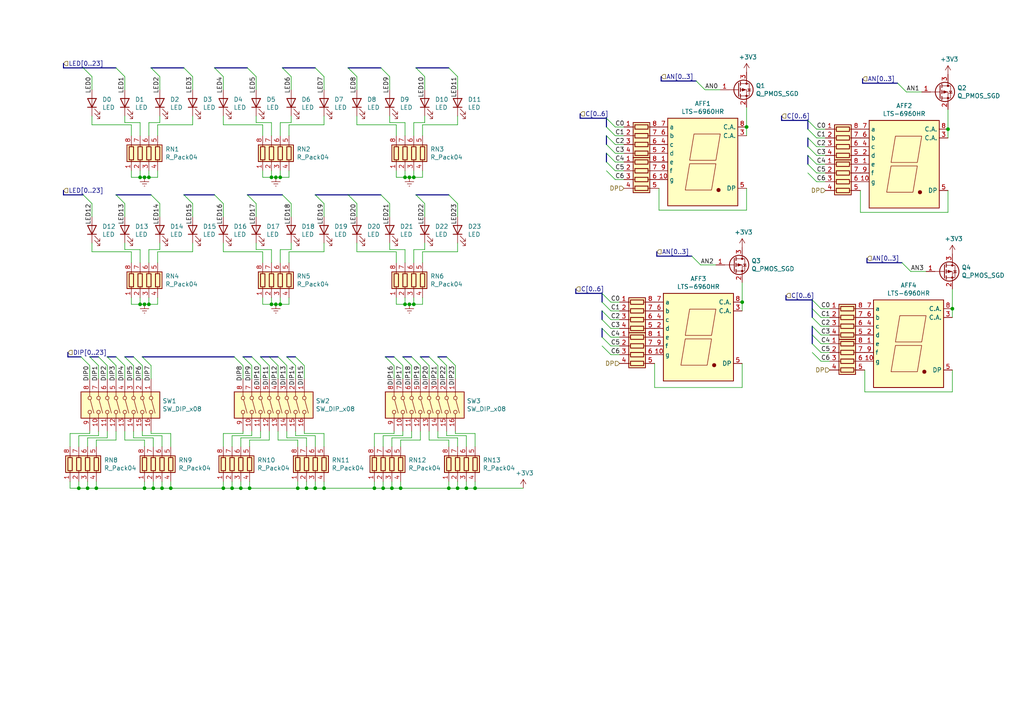
<source format=kicad_sch>
(kicad_sch (version 20200506) (host eeschema "(5.99.0-1641-g9ca61b50b)")
  (page "A4")
  (lib_symbols
    (symbol "Device:LED" (pin_numbers hide) (pin_names hide)
      (property "Reference" "D" (at 0 2.54 0))
      (property "Value" "LED" (at 0 -2.54 0))
      (symbol "LED_1_1"
        (pin passive line (at -3.81 0 0) (length 2.54) (name "K") (number "1"))
        (pin passive line (at 3.81 0 180) (length 2.54) (name "A") (number "2"))
      )
    )
    (symbol "Device:Q_PMOS_GSD" (pin_names (offset 0) hide)
      (property "Reference" "Q" (at 5.08 1.27 0))
      (property "Value" "Q_PMOS_GSD" (at 5.08 -1.27 0))
      (symbol "Q_PMOS_GSD_1_1"
        (pin input line (at -5.08 0 0) (length 2.54) (name "G") (number "1"))
        (pin passive line (at 2.54 -5.08 90) (length 2.54) (name "S") (number "2"))
        (pin passive line (at 2.54 5.08 270) (length 2.54) (name "D") (number "3"))
      )
    )
    (symbol "Device:R_Pack04" (pin_names (offset 0) hide)
      (property "Reference" "RN" (at -7.62 0 90))
      (property "Value" "R_Pack04" (at 5.08 0 90))
      (symbol "R_Pack04_1_1"
        (pin passive line (at -5.08 -5.08 90) (length 2.54) (name "R1.1") (number "1"))
        (pin passive line (at -5.08 5.08 270) (length 2.54) (name "R1.2") (number "8"))
        (pin passive line (at -2.54 -5.08 90) (length 2.54) (name "R2.1") (number "2"))
        (pin passive line (at -2.54 5.08 270) (length 2.54) (name "R2.2") (number "7"))
        (pin passive line (at 0 -5.08 90) (length 2.54) (name "R3.1") (number "3"))
        (pin passive line (at 0 5.08 270) (length 2.54) (name "R3.2") (number "6"))
        (pin passive line (at 2.54 -5.08 90) (length 2.54) (name "R4.1") (number "4"))
        (pin passive line (at 2.54 5.08 270) (length 2.54) (name "R4.2") (number "5"))
      )
    )
    (symbol "Display_Character:LTS-6960HR" (pin_names (offset 0.508))
      (property "Reference" "AFF" (at -7.874 13.97 0))
      (property "Value" "LTS-6960HR" (at -2.032 13.97 0))
      (symbol "LTS-6960HR_1_1"
        (pin passive line (at -12.7 0 0) (length 2.54) (name "e") (number "1"))
        (pin passive line (at -12.7 -5.08 0) (length 2.54) (name "g") (number "10"))
        (pin passive line (at -12.7 2.54 0) (length 2.54) (name "d") (number "2"))
        (pin passive line (at 12.7 7.62 180) (length 2.54) (name "C.A.") (number "3"))
        (pin passive line (at -12.7 5.08 0) (length 2.54) (name "c") (number "4"))
        (pin passive line (at 12.7 -7.62 180) (length 2.54) (name "DP") (number "5"))
        (pin passive line (at -12.7 7.62 0) (length 2.54) (name "b") (number "6"))
        (pin passive line (at -12.7 10.16 0) (length 2.54) (name "a") (number "7"))
        (pin passive line (at 12.7 10.16 180) (length 2.54) (name "C.A.") (number "8"))
        (pin passive line (at -12.7 -2.54 0) (length 2.54) (name "f") (number "9"))
      )
    )
    (symbol "Switch:SW_DIP_x08" (pin_names (offset 0) hide)
      (property "Reference" "SW" (at 0 13.97 0))
      (property "Value" "SW_DIP_x08" (at 0 -11.43 0))
      (symbol "SW_DIP_x08_1_1"
        (pin passive line (at -7.62 10.16 0) (length 5.08) (name "~") (number "1"))
        (pin passive line (at 7.62 -5.08 180) (length 5.08) (name "~") (number "10"))
        (pin passive line (at 7.62 -2.54 180) (length 5.08) (name "~") (number "11"))
        (pin passive line (at 7.62 0 180) (length 5.08) (name "~") (number "12"))
        (pin passive line (at 7.62 2.54 180) (length 5.08) (name "~") (number "13"))
        (pin passive line (at 7.62 5.08 180) (length 5.08) (name "~") (number "14"))
        (pin passive line (at 7.62 7.62 180) (length 5.08) (name "~") (number "15"))
        (pin passive line (at 7.62 10.16 180) (length 5.08) (name "~") (number "16"))
        (pin passive line (at -7.62 7.62 0) (length 5.08) (name "~") (number "2"))
        (pin passive line (at -7.62 5.08 0) (length 5.08) (name "~") (number "3"))
        (pin passive line (at -7.62 2.54 0) (length 5.08) (name "~") (number "4"))
        (pin passive line (at -7.62 0 0) (length 5.08) (name "~") (number "5"))
        (pin passive line (at -7.62 -2.54 0) (length 5.08) (name "~") (number "6"))
        (pin passive line (at -7.62 -5.08 0) (length 5.08) (name "~") (number "7"))
        (pin passive line (at -7.62 -7.62 0) (length 5.08) (name "~") (number "8"))
        (pin passive line (at 7.62 -7.62 180) (length 5.08) (name "~") (number "9"))
      )
    )
    (symbol "power:+3V3" (power) (pin_names (offset 0))
      (property "Value" "+3V3" (at 0 3.556 0))
      (symbol "+3V3_1_1"
        (pin power_in line (at 0 0 90) (length 0) (name "+3V3") (number "1") hide)
      )
    )
    (symbol "power:GNDREF" (power) (pin_names (offset 0))
      (property "Value" "GNDREF" (at 0 -3.81 0))
      (symbol "GNDREF_1_1"
        (pin power_in line (at 0 0 270) (length 0) (name "GNDREF") (number "1") hide)
      )
    )
  )
  (junction (at 22.86 141.605))
  (junction (at 25.4 141.605))
  (junction (at 27.94 141.605))
  (junction (at 40.64 51.435))
  (junction (at 40.64 88.265))
  (junction (at 41.91 51.435))
  (junction (at 41.91 88.265))
  (junction (at 41.91 141.605))
  (junction (at 43.18 51.435))
  (junction (at 43.18 88.265))
  (junction (at 44.45 141.605))
  (junction (at 46.99 141.605))
  (junction (at 49.53 141.605))
  (junction (at 64.77 141.605))
  (junction (at 67.31 141.605))
  (junction (at 69.85 141.605))
  (junction (at 72.39 141.605))
  (junction (at 78.74 51.435))
  (junction (at 78.74 88.265))
  (junction (at 80.01 51.435))
  (junction (at 80.01 88.265))
  (junction (at 81.28 51.435))
  (junction (at 81.28 88.265))
  (junction (at 86.36 141.605))
  (junction (at 88.9 141.605))
  (junction (at 91.44 141.605))
  (junction (at 93.98 141.605))
  (junction (at 108.585 141.605))
  (junction (at 111.125 141.605))
  (junction (at 113.665 141.605))
  (junction (at 116.205 141.605))
  (junction (at 117.475 51.435))
  (junction (at 117.475 88.265))
  (junction (at 118.745 51.435))
  (junction (at 118.745 88.265))
  (junction (at 120.015 51.435))
  (junction (at 120.015 88.265))
  (junction (at 130.175 141.605))
  (junction (at 132.715 141.605))
  (junction (at 135.255 141.605))
  (junction (at 137.795 141.605))
  (junction (at 215.265 87.63))
  (junction (at 216.535 36.83))
  (junction (at 274.955 37.465))
  (junction (at 276.225 89.535))
  (bus_entry (at 23.495 103.505) (size 2.54 2.54))
  (bus_entry (at 24.13 19.685) (size 2.54 2.54))
  (bus_entry (at 24.13 56.515) (size 2.54 2.54))
  (bus_entry (at 26.035 103.505) (size 2.54 2.54))
  (bus_entry (at 28.575 103.505) (size 2.54 2.54))
  (bus_entry (at 31.115 103.505) (size 2.54 2.54))
  (bus_entry (at 33.655 19.685) (size 2.54 2.54))
  (bus_entry (at 33.655 56.515) (size 2.54 2.54))
  (bus_entry (at 33.655 103.505) (size 2.54 2.54))
  (bus_entry (at 36.195 103.505) (size 2.54 2.54))
  (bus_entry (at 38.735 103.505) (size 2.54 2.54))
  (bus_entry (at 41.275 103.505) (size 2.54 2.54))
  (bus_entry (at 43.815 19.685) (size 2.54 2.54))
  (bus_entry (at 43.815 56.515) (size 2.54 2.54))
  (bus_entry (at 53.34 19.685) (size 2.54 2.54))
  (bus_entry (at 53.34 56.515) (size 2.54 2.54))
  (bus_entry (at 62.23 19.685) (size 2.54 2.54))
  (bus_entry (at 62.23 56.515) (size 2.54 2.54))
  (bus_entry (at 67.945 103.505) (size 2.54 2.54))
  (bus_entry (at 70.485 103.505) (size 2.54 2.54))
  (bus_entry (at 71.755 19.685) (size 2.54 2.54))
  (bus_entry (at 71.755 56.515) (size 2.54 2.54))
  (bus_entry (at 73.025 103.505) (size 2.54 2.54))
  (bus_entry (at 75.565 103.505) (size 2.54 2.54))
  (bus_entry (at 78.105 103.505) (size 2.54 2.54))
  (bus_entry (at 80.645 103.505) (size 2.54 2.54))
  (bus_entry (at 81.915 19.685) (size 2.54 2.54))
  (bus_entry (at 81.915 56.515) (size 2.54 2.54))
  (bus_entry (at 83.185 103.505) (size 2.54 2.54))
  (bus_entry (at 85.725 103.505) (size 2.54 2.54))
  (bus_entry (at 91.44 19.685) (size 2.54 2.54))
  (bus_entry (at 91.44 56.515) (size 2.54 2.54))
  (bus_entry (at 100.965 19.685) (size 2.54 2.54))
  (bus_entry (at 100.965 56.515) (size 2.54 2.54))
  (bus_entry (at 110.49 19.685) (size 2.54 2.54))
  (bus_entry (at 110.49 56.515) (size 2.54 2.54))
  (bus_entry (at 111.76 103.505) (size 2.54 2.54))
  (bus_entry (at 114.3 103.505) (size 2.54 2.54))
  (bus_entry (at 116.84 103.505) (size 2.54 2.54))
  (bus_entry (at 119.38 103.505) (size 2.54 2.54))
  (bus_entry (at 120.65 19.685) (size 2.54 2.54))
  (bus_entry (at 120.65 56.515) (size 2.54 2.54))
  (bus_entry (at 121.92 103.505) (size 2.54 2.54))
  (bus_entry (at 124.46 103.505) (size 2.54 2.54))
  (bus_entry (at 127 103.505) (size 2.54 2.54))
  (bus_entry (at 129.54 103.505) (size 2.54 2.54))
  (bus_entry (at 130.175 19.685) (size 2.54 2.54))
  (bus_entry (at 130.175 56.515) (size 2.54 2.54))
  (bus_entry (at 174.625 85.09) (size 2.54 2.54))
  (bus_entry (at 174.625 87.63) (size 2.54 2.54))
  (bus_entry (at 174.625 90.17) (size 2.54 2.54))
  (bus_entry (at 174.625 92.71) (size 2.54 2.54))
  (bus_entry (at 174.625 95.25) (size 2.54 2.54))
  (bus_entry (at 174.625 97.79) (size 2.54 2.54))
  (bus_entry (at 174.625 100.33) (size 2.54 2.54))
  (bus_entry (at 175.895 34.29) (size 2.54 2.54))
  (bus_entry (at 175.895 36.83) (size 2.54 2.54))
  (bus_entry (at 175.895 39.37) (size 2.54 2.54))
  (bus_entry (at 175.895 41.91) (size 2.54 2.54))
  (bus_entry (at 175.895 44.45) (size 2.54 2.54))
  (bus_entry (at 175.895 46.99) (size 2.54 2.54))
  (bus_entry (at 175.895 49.53) (size 2.54 2.54))
  (bus_entry (at 200.66 74.295) (size 2.54 2.54))
  (bus_entry (at 201.93 23.495) (size 2.54 2.54))
  (bus_entry (at 234.315 34.925) (size 2.54 2.54))
  (bus_entry (at 234.315 37.465) (size 2.54 2.54))
  (bus_entry (at 234.315 40.005) (size 2.54 2.54))
  (bus_entry (at 234.315 42.545) (size 2.54 2.54))
  (bus_entry (at 234.315 45.085) (size 2.54 2.54))
  (bus_entry (at 234.315 47.625) (size 2.54 2.54))
  (bus_entry (at 234.315 50.165) (size 2.54 2.54))
  (bus_entry (at 235.585 86.995) (size 2.54 2.54))
  (bus_entry (at 235.585 89.535) (size 2.54 2.54))
  (bus_entry (at 235.585 92.075) (size 2.54 2.54))
  (bus_entry (at 235.585 94.615) (size 2.54 2.54))
  (bus_entry (at 235.585 97.155) (size 2.54 2.54))
  (bus_entry (at 235.585 99.695) (size 2.54 2.54))
  (bus_entry (at 235.585 102.235) (size 2.54 2.54))
  (bus_entry (at 260.35 24.13) (size 2.54 2.54))
  (bus_entry (at 261.62 76.2) (size 2.54 2.54))
  (wire (pts (xy 20.32 125.73) (xy 20.32 129.54)))
  (wire (pts (xy 20.32 139.7) (xy 20.32 141.605)))
  (wire (pts (xy 20.32 141.605) (xy 22.86 141.605)))
  (wire (pts (xy 22.86 126.365) (xy 22.86 129.54)))
  (wire (pts (xy 22.86 139.7) (xy 22.86 141.605)))
  (wire (pts (xy 22.86 141.605) (xy 25.4 141.605)))
  (wire (pts (xy 25.4 127) (xy 25.4 129.54)))
  (wire (pts (xy 25.4 139.7) (xy 25.4 141.605)))
  (wire (pts (xy 25.4 141.605) (xy 27.94 141.605)))
  (wire (pts (xy 26.035 106.045) (xy 26.035 109.855)))
  (wire (pts (xy 26.035 125.095) (xy 26.035 125.73)))
  (wire (pts (xy 26.035 125.73) (xy 20.32 125.73)))
  (wire (pts (xy 26.67 22.225) (xy 26.67 26.035)))
  (wire (pts (xy 26.67 33.655) (xy 26.67 36.195)))
  (wire (pts (xy 26.67 36.195) (xy 38.1 36.195)))
  (wire (pts (xy 26.67 59.055) (xy 26.67 62.865)))
  (wire (pts (xy 26.67 70.485) (xy 26.67 73.025)))
  (wire (pts (xy 26.67 73.025) (xy 38.1 73.025)))
  (wire (pts (xy 27.94 127.635) (xy 27.94 129.54)))
  (wire (pts (xy 27.94 141.605) (xy 27.94 139.7)))
  (wire (pts (xy 27.94 141.605) (xy 41.91 141.605)))
  (wire (pts (xy 28.575 106.045) (xy 28.575 109.855)))
  (wire (pts (xy 28.575 125.095) (xy 28.575 126.365)))
  (wire (pts (xy 28.575 126.365) (xy 22.86 126.365)))
  (wire (pts (xy 31.115 106.045) (xy 31.115 109.855)))
  (wire (pts (xy 31.115 125.095) (xy 31.115 127)))
  (wire (pts (xy 31.115 127) (xy 25.4 127)))
  (wire (pts (xy 33.655 106.045) (xy 33.655 109.855)))
  (wire (pts (xy 33.655 125.095) (xy 33.655 127.635)))
  (wire (pts (xy 33.655 127.635) (xy 27.94 127.635)))
  (wire (pts (xy 36.195 22.225) (xy 36.195 26.035)))
  (wire (pts (xy 36.195 33.655) (xy 36.195 35.56)))
  (wire (pts (xy 36.195 35.56) (xy 40.64 35.56)))
  (wire (pts (xy 36.195 59.055) (xy 36.195 62.865)))
  (wire (pts (xy 36.195 70.485) (xy 36.195 72.39)))
  (wire (pts (xy 36.195 72.39) (xy 40.64 72.39)))
  (wire (pts (xy 36.195 106.045) (xy 36.195 109.855)))
  (wire (pts (xy 36.195 125.095) (xy 36.195 127.635)))
  (wire (pts (xy 36.195 127.635) (xy 41.91 127.635)))
  (wire (pts (xy 38.1 36.195) (xy 38.1 39.37)))
  (wire (pts (xy 38.1 49.53) (xy 38.1 51.435)))
  (wire (pts (xy 38.1 51.435) (xy 40.64 51.435)))
  (wire (pts (xy 38.1 73.025) (xy 38.1 76.2)))
  (wire (pts (xy 38.1 86.36) (xy 38.1 88.265)))
  (wire (pts (xy 38.1 88.265) (xy 40.64 88.265)))
  (wire (pts (xy 38.735 106.045) (xy 38.735 109.855)))
  (wire (pts (xy 38.735 125.095) (xy 38.735 127)))
  (wire (pts (xy 38.735 127) (xy 44.45 127)))
  (wire (pts (xy 40.64 35.56) (xy 40.64 39.37)))
  (wire (pts (xy 40.64 49.53) (xy 40.64 51.435)))
  (wire (pts (xy 40.64 51.435) (xy 41.91 51.435)))
  (wire (pts (xy 40.64 72.39) (xy 40.64 76.2)))
  (wire (pts (xy 40.64 86.36) (xy 40.64 88.265)))
  (wire (pts (xy 40.64 88.265) (xy 41.91 88.265)))
  (wire (pts (xy 41.275 106.045) (xy 41.275 109.855)))
  (wire (pts (xy 41.275 125.095) (xy 41.275 126.365)))
  (wire (pts (xy 41.275 126.365) (xy 46.99 126.365)))
  (wire (pts (xy 41.91 51.435) (xy 43.18 51.435)))
  (wire (pts (xy 41.91 88.265) (xy 43.18 88.265)))
  (wire (pts (xy 41.91 127.635) (xy 41.91 129.54)))
  (wire (pts (xy 41.91 139.7) (xy 41.91 141.605)))
  (wire (pts (xy 41.91 141.605) (xy 44.45 141.605)))
  (wire (pts (xy 43.18 35.56) (xy 43.18 39.37)))
  (wire (pts (xy 43.18 49.53) (xy 43.18 51.435)))
  (wire (pts (xy 43.18 51.435) (xy 45.72 51.435)))
  (wire (pts (xy 43.18 72.39) (xy 43.18 76.2)))
  (wire (pts (xy 43.18 86.36) (xy 43.18 88.265)))
  (wire (pts (xy 43.18 88.265) (xy 45.72 88.265)))
  (wire (pts (xy 43.815 106.045) (xy 43.815 109.855)))
  (wire (pts (xy 43.815 125.095) (xy 43.815 125.73)))
  (wire (pts (xy 43.815 125.73) (xy 49.53 125.73)))
  (wire (pts (xy 44.45 127) (xy 44.45 129.54)))
  (wire (pts (xy 44.45 139.7) (xy 44.45 141.605)))
  (wire (pts (xy 44.45 141.605) (xy 46.99 141.605)))
  (wire (pts (xy 45.72 36.195) (xy 55.88 36.195)))
  (wire (pts (xy 45.72 39.37) (xy 45.72 36.195)))
  (wire (pts (xy 45.72 51.435) (xy 45.72 49.53)))
  (wire (pts (xy 45.72 73.025) (xy 55.88 73.025)))
  (wire (pts (xy 45.72 76.2) (xy 45.72 73.025)))
  (wire (pts (xy 45.72 88.265) (xy 45.72 86.36)))
  (wire (pts (xy 46.355 22.225) (xy 46.355 26.035)))
  (wire (pts (xy 46.355 33.655) (xy 46.355 35.56)))
  (wire (pts (xy 46.355 35.56) (xy 43.18 35.56)))
  (wire (pts (xy 46.355 59.055) (xy 46.355 62.865)))
  (wire (pts (xy 46.355 70.485) (xy 46.355 72.39)))
  (wire (pts (xy 46.355 72.39) (xy 43.18 72.39)))
  (wire (pts (xy 46.99 126.365) (xy 46.99 129.54)))
  (wire (pts (xy 46.99 139.7) (xy 46.99 141.605)))
  (wire (pts (xy 46.99 141.605) (xy 49.53 141.605)))
  (wire (pts (xy 49.53 125.73) (xy 49.53 129.54)))
  (wire (pts (xy 49.53 141.605) (xy 49.53 139.7)))
  (wire (pts (xy 49.53 141.605) (xy 64.77 141.605)))
  (wire (pts (xy 55.88 22.225) (xy 55.88 26.035)))
  (wire (pts (xy 55.88 36.195) (xy 55.88 33.655)))
  (wire (pts (xy 55.88 59.055) (xy 55.88 62.865)))
  (wire (pts (xy 55.88 73.025) (xy 55.88 70.485)))
  (wire (pts (xy 64.77 22.225) (xy 64.77 26.035)))
  (wire (pts (xy 64.77 33.655) (xy 64.77 36.195)))
  (wire (pts (xy 64.77 36.195) (xy 76.2 36.195)))
  (wire (pts (xy 64.77 59.055) (xy 64.77 62.865)))
  (wire (pts (xy 64.77 70.485) (xy 64.77 73.025)))
  (wire (pts (xy 64.77 73.025) (xy 76.2 73.025)))
  (wire (pts (xy 64.77 125.73) (xy 64.77 129.54)))
  (wire (pts (xy 64.77 139.7) (xy 64.77 141.605)))
  (wire (pts (xy 64.77 141.605) (xy 67.31 141.605)))
  (wire (pts (xy 67.31 126.365) (xy 67.31 129.54)))
  (wire (pts (xy 67.31 139.7) (xy 67.31 141.605)))
  (wire (pts (xy 67.31 141.605) (xy 69.85 141.605)))
  (wire (pts (xy 69.85 127) (xy 69.85 129.54)))
  (wire (pts (xy 69.85 139.7) (xy 69.85 141.605)))
  (wire (pts (xy 69.85 141.605) (xy 72.39 141.605)))
  (wire (pts (xy 70.485 106.045) (xy 70.485 109.855)))
  (wire (pts (xy 70.485 125.095) (xy 70.485 125.73)))
  (wire (pts (xy 70.485 125.73) (xy 64.77 125.73)))
  (wire (pts (xy 72.39 127.635) (xy 72.39 129.54)))
  (wire (pts (xy 72.39 141.605) (xy 72.39 139.7)))
  (wire (pts (xy 72.39 141.605) (xy 86.36 141.605)))
  (wire (pts (xy 73.025 106.045) (xy 73.025 109.855)))
  (wire (pts (xy 73.025 125.095) (xy 73.025 126.365)))
  (wire (pts (xy 73.025 126.365) (xy 67.31 126.365)))
  (wire (pts (xy 74.295 22.225) (xy 74.295 26.035)))
  (wire (pts (xy 74.295 33.655) (xy 74.295 35.56)))
  (wire (pts (xy 74.295 35.56) (xy 78.74 35.56)))
  (wire (pts (xy 74.295 59.055) (xy 74.295 62.865)))
  (wire (pts (xy 74.295 70.485) (xy 74.295 72.39)))
  (wire (pts (xy 74.295 72.39) (xy 78.74 72.39)))
  (wire (pts (xy 75.565 106.045) (xy 75.565 109.855)))
  (wire (pts (xy 75.565 125.095) (xy 75.565 127)))
  (wire (pts (xy 75.565 127) (xy 69.85 127)))
  (wire (pts (xy 76.2 36.195) (xy 76.2 39.37)))
  (wire (pts (xy 76.2 49.53) (xy 76.2 51.435)))
  (wire (pts (xy 76.2 51.435) (xy 78.74 51.435)))
  (wire (pts (xy 76.2 73.025) (xy 76.2 76.2)))
  (wire (pts (xy 76.2 86.36) (xy 76.2 88.265)))
  (wire (pts (xy 76.2 88.265) (xy 78.74 88.265)))
  (wire (pts (xy 78.105 106.045) (xy 78.105 109.855)))
  (wire (pts (xy 78.105 125.095) (xy 78.105 127.635)))
  (wire (pts (xy 78.105 127.635) (xy 72.39 127.635)))
  (wire (pts (xy 78.74 35.56) (xy 78.74 39.37)))
  (wire (pts (xy 78.74 49.53) (xy 78.74 51.435)))
  (wire (pts (xy 78.74 51.435) (xy 80.01 51.435)))
  (wire (pts (xy 78.74 72.39) (xy 78.74 76.2)))
  (wire (pts (xy 78.74 86.36) (xy 78.74 88.265)))
  (wire (pts (xy 78.74 88.265) (xy 80.01 88.265)))
  (wire (pts (xy 80.01 51.435) (xy 81.28 51.435)))
  (wire (pts (xy 80.01 88.265) (xy 81.28 88.265)))
  (wire (pts (xy 80.645 106.045) (xy 80.645 109.855)))
  (wire (pts (xy 80.645 125.095) (xy 80.645 127.635)))
  (wire (pts (xy 80.645 127.635) (xy 86.36 127.635)))
  (wire (pts (xy 81.28 35.56) (xy 81.28 39.37)))
  (wire (pts (xy 81.28 49.53) (xy 81.28 51.435)))
  (wire (pts (xy 81.28 51.435) (xy 83.82 51.435)))
  (wire (pts (xy 81.28 72.39) (xy 81.28 76.2)))
  (wire (pts (xy 81.28 86.36) (xy 81.28 88.265)))
  (wire (pts (xy 81.28 88.265) (xy 83.82 88.265)))
  (wire (pts (xy 83.185 106.045) (xy 83.185 109.855)))
  (wire (pts (xy 83.185 125.095) (xy 83.185 127)))
  (wire (pts (xy 83.185 127) (xy 88.9 127)))
  (wire (pts (xy 83.82 36.195) (xy 93.98 36.195)))
  (wire (pts (xy 83.82 39.37) (xy 83.82 36.195)))
  (wire (pts (xy 83.82 51.435) (xy 83.82 49.53)))
  (wire (pts (xy 83.82 73.025) (xy 93.98 73.025)))
  (wire (pts (xy 83.82 76.2) (xy 83.82 73.025)))
  (wire (pts (xy 83.82 88.265) (xy 83.82 86.36)))
  (wire (pts (xy 84.455 22.225) (xy 84.455 26.035)))
  (wire (pts (xy 84.455 33.655) (xy 84.455 35.56)))
  (wire (pts (xy 84.455 35.56) (xy 81.28 35.56)))
  (wire (pts (xy 84.455 59.055) (xy 84.455 62.865)))
  (wire (pts (xy 84.455 70.485) (xy 84.455 72.39)))
  (wire (pts (xy 84.455 72.39) (xy 81.28 72.39)))
  (wire (pts (xy 85.725 106.045) (xy 85.725 109.855)))
  (wire (pts (xy 85.725 125.095) (xy 85.725 126.365)))
  (wire (pts (xy 85.725 126.365) (xy 91.44 126.365)))
  (wire (pts (xy 86.36 127.635) (xy 86.36 129.54)))
  (wire (pts (xy 86.36 139.7) (xy 86.36 141.605)))
  (wire (pts (xy 86.36 141.605) (xy 88.9 141.605)))
  (wire (pts (xy 88.265 106.045) (xy 88.265 109.855)))
  (wire (pts (xy 88.265 125.095) (xy 88.265 125.73)))
  (wire (pts (xy 88.265 125.73) (xy 93.98 125.73)))
  (wire (pts (xy 88.9 127) (xy 88.9 129.54)))
  (wire (pts (xy 88.9 139.7) (xy 88.9 141.605)))
  (wire (pts (xy 88.9 141.605) (xy 91.44 141.605)))
  (wire (pts (xy 91.44 126.365) (xy 91.44 129.54)))
  (wire (pts (xy 91.44 139.7) (xy 91.44 141.605)))
  (wire (pts (xy 91.44 141.605) (xy 93.98 141.605)))
  (wire (pts (xy 93.98 22.225) (xy 93.98 26.035)))
  (wire (pts (xy 93.98 36.195) (xy 93.98 33.655)))
  (wire (pts (xy 93.98 59.055) (xy 93.98 62.865)))
  (wire (pts (xy 93.98 70.485) (xy 93.98 73.025)))
  (wire (pts (xy 93.98 125.73) (xy 93.98 129.54)))
  (wire (pts (xy 93.98 141.605) (xy 93.98 139.7)))
  (wire (pts (xy 93.98 141.605) (xy 108.585 141.605)))
  (wire (pts (xy 103.505 22.225) (xy 103.505 26.035)))
  (wire (pts (xy 103.505 33.655) (xy 103.505 36.195)))
  (wire (pts (xy 103.505 36.195) (xy 114.935 36.195)))
  (wire (pts (xy 103.505 59.055) (xy 103.505 62.865)))
  (wire (pts (xy 103.505 70.485) (xy 103.505 73.025)))
  (wire (pts (xy 103.505 73.025) (xy 114.935 73.025)))
  (wire (pts (xy 108.585 125.73) (xy 108.585 129.54)))
  (wire (pts (xy 108.585 139.7) (xy 108.585 141.605)))
  (wire (pts (xy 108.585 141.605) (xy 111.125 141.605)))
  (wire (pts (xy 111.125 126.365) (xy 111.125 129.54)))
  (wire (pts (xy 111.125 139.7) (xy 111.125 141.605)))
  (wire (pts (xy 111.125 141.605) (xy 113.665 141.605)))
  (wire (pts (xy 113.03 22.225) (xy 113.03 26.035)))
  (wire (pts (xy 113.03 33.655) (xy 113.03 35.56)))
  (wire (pts (xy 113.03 35.56) (xy 117.475 35.56)))
  (wire (pts (xy 113.03 59.055) (xy 113.03 62.865)))
  (wire (pts (xy 113.03 70.485) (xy 113.03 72.39)))
  (wire (pts (xy 113.03 72.39) (xy 117.475 72.39)))
  (wire (pts (xy 113.665 127) (xy 113.665 129.54)))
  (wire (pts (xy 113.665 139.7) (xy 113.665 141.605)))
  (wire (pts (xy 113.665 141.605) (xy 116.205 141.605)))
  (wire (pts (xy 114.3 106.045) (xy 114.3 109.855)))
  (wire (pts (xy 114.3 125.095) (xy 114.3 125.73)))
  (wire (pts (xy 114.3 125.73) (xy 108.585 125.73)))
  (wire (pts (xy 114.935 36.195) (xy 114.935 39.37)))
  (wire (pts (xy 114.935 49.53) (xy 114.935 51.435)))
  (wire (pts (xy 114.935 51.435) (xy 117.475 51.435)))
  (wire (pts (xy 114.935 73.025) (xy 114.935 76.2)))
  (wire (pts (xy 114.935 86.36) (xy 114.935 88.265)))
  (wire (pts (xy 114.935 88.265) (xy 117.475 88.265)))
  (wire (pts (xy 116.205 127.635) (xy 116.205 129.54)))
  (wire (pts (xy 116.205 141.605) (xy 116.205 139.7)))
  (wire (pts (xy 116.205 141.605) (xy 130.175 141.605)))
  (wire (pts (xy 116.84 106.045) (xy 116.84 109.855)))
  (wire (pts (xy 116.84 125.095) (xy 116.84 126.365)))
  (wire (pts (xy 116.84 126.365) (xy 111.125 126.365)))
  (wire (pts (xy 117.475 35.56) (xy 117.475 39.37)))
  (wire (pts (xy 117.475 49.53) (xy 117.475 51.435)))
  (wire (pts (xy 117.475 51.435) (xy 118.745 51.435)))
  (wire (pts (xy 117.475 72.39) (xy 117.475 76.2)))
  (wire (pts (xy 117.475 86.36) (xy 117.475 88.265)))
  (wire (pts (xy 117.475 88.265) (xy 118.745 88.265)))
  (wire (pts (xy 118.745 51.435) (xy 120.015 51.435)))
  (wire (pts (xy 118.745 88.265) (xy 120.015 88.265)))
  (wire (pts (xy 119.38 106.045) (xy 119.38 109.855)))
  (wire (pts (xy 119.38 125.095) (xy 119.38 127)))
  (wire (pts (xy 119.38 127) (xy 113.665 127)))
  (wire (pts (xy 120.015 35.56) (xy 120.015 39.37)))
  (wire (pts (xy 120.015 49.53) (xy 120.015 51.435)))
  (wire (pts (xy 120.015 51.435) (xy 122.555 51.435)))
  (wire (pts (xy 120.015 72.39) (xy 120.015 76.2)))
  (wire (pts (xy 120.015 86.36) (xy 120.015 88.265)))
  (wire (pts (xy 120.015 88.265) (xy 122.555 88.265)))
  (wire (pts (xy 121.92 106.045) (xy 121.92 109.855)))
  (wire (pts (xy 121.92 125.095) (xy 121.92 127.635)))
  (wire (pts (xy 121.92 127.635) (xy 116.205 127.635)))
  (wire (pts (xy 122.555 36.195) (xy 132.715 36.195)))
  (wire (pts (xy 122.555 39.37) (xy 122.555 36.195)))
  (wire (pts (xy 122.555 51.435) (xy 122.555 49.53)))
  (wire (pts (xy 122.555 73.025) (xy 132.715 73.025)))
  (wire (pts (xy 122.555 76.2) (xy 122.555 73.025)))
  (wire (pts (xy 122.555 88.265) (xy 122.555 86.36)))
  (wire (pts (xy 123.19 22.225) (xy 123.19 26.035)))
  (wire (pts (xy 123.19 33.655) (xy 123.19 35.56)))
  (wire (pts (xy 123.19 35.56) (xy 120.015 35.56)))
  (wire (pts (xy 123.19 59.055) (xy 123.19 62.865)))
  (wire (pts (xy 123.19 70.485) (xy 123.19 72.39)))
  (wire (pts (xy 123.19 72.39) (xy 120.015 72.39)))
  (wire (pts (xy 124.46 106.045) (xy 124.46 109.855)))
  (wire (pts (xy 124.46 125.095) (xy 124.46 127.635)))
  (wire (pts (xy 124.46 127.635) (xy 130.175 127.635)))
  (wire (pts (xy 127 106.045) (xy 127 109.855)))
  (wire (pts (xy 127 125.095) (xy 127 127)))
  (wire (pts (xy 127 127) (xy 132.715 127)))
  (wire (pts (xy 129.54 106.045) (xy 129.54 109.855)))
  (wire (pts (xy 129.54 125.095) (xy 129.54 126.365)))
  (wire (pts (xy 129.54 126.365) (xy 135.255 126.365)))
  (wire (pts (xy 130.175 127.635) (xy 130.175 129.54)))
  (wire (pts (xy 130.175 139.7) (xy 130.175 141.605)))
  (wire (pts (xy 130.175 141.605) (xy 132.715 141.605)))
  (wire (pts (xy 132.08 106.045) (xy 132.08 109.855)))
  (wire (pts (xy 132.08 125.095) (xy 132.08 125.73)))
  (wire (pts (xy 132.08 125.73) (xy 137.795 125.73)))
  (wire (pts (xy 132.715 22.225) (xy 132.715 26.035)))
  (wire (pts (xy 132.715 36.195) (xy 132.715 33.655)))
  (wire (pts (xy 132.715 59.055) (xy 132.715 62.865)))
  (wire (pts (xy 132.715 73.025) (xy 132.715 70.485)))
  (wire (pts (xy 132.715 127) (xy 132.715 129.54)))
  (wire (pts (xy 132.715 139.7) (xy 132.715 141.605)))
  (wire (pts (xy 132.715 141.605) (xy 135.255 141.605)))
  (wire (pts (xy 135.255 126.365) (xy 135.255 129.54)))
  (wire (pts (xy 135.255 139.7) (xy 135.255 141.605)))
  (wire (pts (xy 135.255 141.605) (xy 137.795 141.605)))
  (wire (pts (xy 137.795 125.73) (xy 137.795 129.54)))
  (wire (pts (xy 137.795 141.605) (xy 137.795 139.7)))
  (wire (pts (xy 151.765 141.605) (xy 137.795 141.605)))
  (wire (pts (xy 179.705 87.63) (xy 177.165 87.63)))
  (wire (pts (xy 179.705 90.17) (xy 177.165 90.17)))
  (wire (pts (xy 179.705 92.71) (xy 177.165 92.71)))
  (wire (pts (xy 179.705 95.25) (xy 177.165 95.25)))
  (wire (pts (xy 179.705 97.79) (xy 177.165 97.79)))
  (wire (pts (xy 179.705 100.33) (xy 177.165 100.33)))
  (wire (pts (xy 179.705 102.87) (xy 177.165 102.87)))
  (wire (pts (xy 180.975 36.83) (xy 178.435 36.83)))
  (wire (pts (xy 180.975 39.37) (xy 178.435 39.37)))
  (wire (pts (xy 180.975 41.91) (xy 178.435 41.91)))
  (wire (pts (xy 180.975 44.45) (xy 178.435 44.45)))
  (wire (pts (xy 180.975 46.99) (xy 178.435 46.99)))
  (wire (pts (xy 180.975 49.53) (xy 178.435 49.53)))
  (wire (pts (xy 180.975 52.07) (xy 178.435 52.07)))
  (wire (pts (xy 189.865 105.41) (xy 189.865 112.395)))
  (wire (pts (xy 189.865 112.395) (xy 215.265 112.395)))
  (wire (pts (xy 191.135 54.61) (xy 191.135 60.96)))
  (wire (pts (xy 191.135 60.96) (xy 216.535 60.96)))
  (wire (pts (xy 207.645 76.835) (xy 203.2 76.835)))
  (wire (pts (xy 208.915 26.035) (xy 204.47 26.035)))
  (wire (pts (xy 215.265 81.915) (xy 215.265 87.63)))
  (wire (pts (xy 215.265 87.63) (xy 215.265 90.17)))
  (wire (pts (xy 215.265 112.395) (xy 215.265 105.41)))
  (wire (pts (xy 216.535 31.115) (xy 216.535 36.83)))
  (wire (pts (xy 216.535 36.83) (xy 216.535 39.37)))
  (wire (pts (xy 216.535 60.96) (xy 216.535 54.61)))
  (wire (pts (xy 239.395 37.465) (xy 236.855 37.465)))
  (wire (pts (xy 239.395 40.005) (xy 236.855 40.005)))
  (wire (pts (xy 239.395 42.545) (xy 236.855 42.545)))
  (wire (pts (xy 239.395 45.085) (xy 236.855 45.085)))
  (wire (pts (xy 239.395 47.625) (xy 236.855 47.625)))
  (wire (pts (xy 239.395 50.165) (xy 236.855 50.165)))
  (wire (pts (xy 239.395 52.705) (xy 236.855 52.705)))
  (wire (pts (xy 240.665 89.535) (xy 238.125 89.535)))
  (wire (pts (xy 240.665 92.075) (xy 238.125 92.075)))
  (wire (pts (xy 240.665 94.615) (xy 238.125 94.615)))
  (wire (pts (xy 240.665 97.155) (xy 238.125 97.155)))
  (wire (pts (xy 240.665 99.695) (xy 238.125 99.695)))
  (wire (pts (xy 240.665 102.235) (xy 238.125 102.235)))
  (wire (pts (xy 240.665 104.775) (xy 238.125 104.775)))
  (wire (pts (xy 249.555 55.245) (xy 249.555 61.595)))
  (wire (pts (xy 249.555 61.595) (xy 274.955 61.595)))
  (wire (pts (xy 250.825 107.315) (xy 250.825 113.665)))
  (wire (pts (xy 250.825 113.665) (xy 276.225 113.665)))
  (wire (pts (xy 267.335 26.67) (xy 262.89 26.67)))
  (wire (pts (xy 268.605 78.74) (xy 264.16 78.74)))
  (wire (pts (xy 274.955 31.75) (xy 274.955 37.465)))
  (wire (pts (xy 274.955 37.465) (xy 274.955 40.005)))
  (wire (pts (xy 274.955 61.595) (xy 274.955 55.245)))
  (wire (pts (xy 276.225 83.82) (xy 276.225 89.535)))
  (wire (pts (xy 276.225 89.535) (xy 276.225 92.075)))
  (wire (pts (xy 276.225 113.665) (xy 276.225 107.315)))
  (bus (pts (xy 18.415 18.415) (xy 18.415 19.685)))
  (bus (pts (xy 18.415 19.685) (xy 24.13 19.685)))
  (bus (pts (xy 18.415 55.245) (xy 18.415 56.515)))
  (bus (pts (xy 18.415 56.515) (xy 33.655 56.515)))
  (bus (pts (xy 19.685 102.235) (xy 19.685 103.505)))
  (bus (pts (xy 19.685 103.505) (xy 26.035 103.505)))
  (bus (pts (xy 24.13 19.685) (xy 43.815 19.685)))
  (bus (pts (xy 26.035 103.505) (xy 31.115 103.505)))
  (bus (pts (xy 31.115 103.505) (xy 36.195 103.505)))
  (bus (pts (xy 33.655 56.515) (xy 53.34 56.515)))
  (bus (pts (xy 36.195 103.505) (xy 41.275 103.505)))
  (bus (pts (xy 41.275 103.505) (xy 70.485 103.505)))
  (bus (pts (xy 43.815 19.685) (xy 62.23 19.685)))
  (bus (pts (xy 53.34 56.515) (xy 71.755 56.515)))
  (bus (pts (xy 62.23 19.685) (xy 81.915 19.685)))
  (bus (pts (xy 70.485 103.505) (xy 75.565 103.505)))
  (bus (pts (xy 71.755 56.515) (xy 91.44 56.515)))
  (bus (pts (xy 75.565 103.505) (xy 78.105 103.505)))
  (bus (pts (xy 78.105 103.505) (xy 83.185 103.505)))
  (bus (pts (xy 81.915 19.685) (xy 100.965 19.685)))
  (bus (pts (xy 83.185 103.505) (xy 111.76 103.505)))
  (bus (pts (xy 91.44 56.515) (xy 100.965 56.515)))
  (bus (pts (xy 100.965 19.685) (xy 120.65 19.685)))
  (bus (pts (xy 100.965 56.515) (xy 120.65 56.515)))
  (bus (pts (xy 111.76 103.505) (xy 116.84 103.505)))
  (bus (pts (xy 116.84 103.505) (xy 121.92 103.505)))
  (bus (pts (xy 120.65 19.685) (xy 130.175 19.685)))
  (bus (pts (xy 120.65 56.515) (xy 130.175 56.515)))
  (bus (pts (xy 121.92 103.505) (xy 127 103.505)))
  (bus (pts (xy 127 103.505) (xy 129.54 103.505)))
  (bus (pts (xy 167.005 83.82) (xy 167.005 85.09)))
  (bus (pts (xy 168.275 33.02) (xy 168.275 34.29)))
  (bus (pts (xy 174.625 85.09) (xy 167.005 85.09)))
  (bus (pts (xy 174.625 85.09) (xy 174.625 90.17)))
  (bus (pts (xy 174.625 90.17) (xy 174.625 95.25)))
  (bus (pts (xy 174.625 95.25) (xy 174.625 100.33)))
  (bus (pts (xy 175.895 34.29) (xy 168.275 34.29)))
  (bus (pts (xy 175.895 34.29) (xy 175.895 39.37)))
  (bus (pts (xy 175.895 39.37) (xy 175.895 44.45)))
  (bus (pts (xy 175.895 44.45) (xy 175.895 49.53)))
  (bus (pts (xy 190.5 74.295) (xy 190.5 73.025)))
  (bus (pts (xy 191.77 23.495) (xy 191.77 22.225)))
  (bus (pts (xy 200.66 74.295) (xy 190.5 74.295)))
  (bus (pts (xy 201.93 23.495) (xy 191.77 23.495)))
  (bus (pts (xy 226.695 33.655) (xy 226.695 34.925)))
  (bus (pts (xy 227.965 85.725) (xy 227.965 86.995)))
  (bus (pts (xy 234.315 34.925) (xy 226.695 34.925)))
  (bus (pts (xy 234.315 34.925) (xy 234.315 40.005)))
  (bus (pts (xy 234.315 40.005) (xy 234.315 45.085)))
  (bus (pts (xy 234.315 45.085) (xy 234.315 50.165)))
  (bus (pts (xy 235.585 86.995) (xy 227.965 86.995)))
  (bus (pts (xy 235.585 86.995) (xy 235.585 89.535)))
  (bus (pts (xy 235.585 89.535) (xy 235.585 94.615)))
  (bus (pts (xy 235.585 94.615) (xy 235.585 97.155)))
  (bus (pts (xy 235.585 97.155) (xy 235.585 102.235)))
  (bus (pts (xy 250.19 24.13) (xy 250.19 22.86)))
  (bus (pts (xy 251.46 76.2) (xy 251.46 74.93)))
  (bus (pts (xy 260.35 24.13) (xy 250.19 24.13)))
  (bus (pts (xy 261.62 76.2) (xy 251.46 76.2)))
  (label "DIP0" (at 26.035 106.045 270))
  (label "LED0" (at 26.67 22.225 270))
  (label "LED12" (at 26.67 59.055 270))
  (label "DIP1" (at 28.575 106.045 270))
  (label "DIP2" (at 31.115 106.045 270))
  (label "DIP3" (at 33.655 106.045 270))
  (label "LED1" (at 36.195 22.225 270))
  (label "LED13" (at 36.195 59.055 270))
  (label "DIP4" (at 36.195 106.045 270))
  (label "DIP5" (at 38.735 106.045 270))
  (label "DIP6" (at 41.275 106.045 270))
  (label "DIP7" (at 43.815 106.045 270))
  (label "LED2" (at 46.355 22.225 270))
  (label "LED14" (at 46.355 59.055 270))
  (label "LED3" (at 55.88 22.225 270))
  (label "LED15" (at 55.88 59.055 270))
  (label "LED4" (at 64.77 22.225 270))
  (label "LED16" (at 64.77 59.055 270))
  (label "DIP8" (at 70.485 106.045 270))
  (label "DIP9" (at 73.025 106.045 270))
  (label "LED5" (at 74.295 22.225 270))
  (label "LED17" (at 74.295 59.055 270))
  (label "DIP10" (at 75.565 106.045 270))
  (label "DIP11" (at 78.105 106.045 270))
  (label "DIP12" (at 80.645 106.045 270))
  (label "DIP13" (at 83.185 106.045 270))
  (label "LED6" (at 84.455 22.225 270))
  (label "LED18" (at 84.455 59.055 270))
  (label "DIP14" (at 85.725 106.045 270))
  (label "DIP15" (at 88.265 106.045 270))
  (label "LED7" (at 93.98 22.225 270))
  (label "LED19" (at 93.98 59.055 270))
  (label "LED8" (at 103.505 22.225 270))
  (label "LED20" (at 103.505 59.055 270))
  (label "LED9" (at 113.03 22.225 270))
  (label "LED21" (at 113.03 59.055 270))
  (label "DIP16" (at 114.3 106.045 270))
  (label "DIP17" (at 116.84 106.045 270))
  (label "DIP18" (at 119.38 106.045 270))
  (label "DIP19" (at 121.92 106.045 270))
  (label "LED10" (at 123.19 22.225 270))
  (label "LED22" (at 123.19 59.055 270))
  (label "DIP20" (at 124.46 106.045 270))
  (label "DIP21" (at 127 106.045 270))
  (label "DIP22" (at 129.54 106.045 270))
  (label "DIP23" (at 132.08 106.045 270))
  (label "LED11" (at 132.715 22.225 270))
  (label "LED23" (at 132.715 59.055 270))
  (label "C0" (at 177.165 87.63 0))
  (label "C1" (at 177.165 90.17 0))
  (label "C2" (at 177.165 92.71 0))
  (label "C3" (at 177.165 95.25 0))
  (label "C4" (at 177.165 97.79 0))
  (label "C5" (at 177.165 100.33 0))
  (label "C6" (at 177.165 102.87 0))
  (label "C0" (at 178.435 36.83 0))
  (label "C1" (at 178.435 39.37 0))
  (label "C2" (at 178.435 41.91 0))
  (label "C3" (at 178.435 44.45 0))
  (label "C4" (at 178.435 46.99 0))
  (label "C5" (at 178.435 49.53 0))
  (label "C6" (at 178.435 52.07 0))
  (label "AN2" (at 203.2 76.835 0))
  (label "AN0" (at 204.47 26.035 0))
  (label "C0" (at 236.855 37.465 0))
  (label "C1" (at 236.855 40.005 0))
  (label "C2" (at 236.855 42.545 0))
  (label "C3" (at 236.855 45.085 0))
  (label "C4" (at 236.855 47.625 0))
  (label "C5" (at 236.855 50.165 0))
  (label "C6" (at 236.855 52.705 0))
  (label "C0" (at 238.125 89.535 0))
  (label "C1" (at 238.125 92.075 0))
  (label "C2" (at 238.125 94.615 0))
  (label "C3" (at 238.125 97.155 0))
  (label "C4" (at 238.125 99.695 0))
  (label "C5" (at 238.125 102.235 0))
  (label "C6" (at 238.125 104.775 0))
  (label "AN1" (at 262.89 26.67 0))
  (label "AN3" (at 264.16 78.74 0))
  (hierarchical_label "LED[0..23]" (shape input) (at 18.415 18.415 0))
  (hierarchical_label "LED[0..23]" (shape input) (at 18.415 55.245 0))
  (hierarchical_label "DIP[0..23]" (shape input) (at 19.685 102.235 0))
  (hierarchical_label "C[0..6]" (shape input) (at 167.005 83.82 0))
  (hierarchical_label "C[0..6]" (shape input) (at 168.275 33.02 0))
  (hierarchical_label "DP" (shape input) (at 179.705 105.41 180))
  (hierarchical_label "DP" (shape input) (at 180.975 54.61 180))
  (hierarchical_label "AN[0..3]" (shape input) (at 190.5 73.025 0))
  (hierarchical_label "AN[0..3]" (shape input) (at 191.77 22.225 0))
  (hierarchical_label "C[0..6]" (shape input) (at 226.695 33.655 0))
  (hierarchical_label "C[0..6]" (shape input) (at 227.965 85.725 0))
  (hierarchical_label "DP" (shape input) (at 239.395 55.245 180))
  (hierarchical_label "DP" (shape input) (at 240.665 107.315 180))
  (hierarchical_label "AN[0..3]" (shape input) (at 250.19 22.86 0))
  (hierarchical_label "AN[0..3]" (shape input) (at 251.46 74.93 0))
  (symbol (lib_id "power:+3V3") (at 151.765 141.605 0) (unit 1)
    (property "Reference" "#PWR049" (effects hide))
    (property "Value" "+3V3" (at 152.146 137.2108 0))
  )
  (symbol (lib_id "power:+3V3") (at 215.265 71.755 0) (unit 1)
    (property "Reference" "#PWR047" (effects hide))
    (property "Value" "+3V3" (at 215.646 67.3608 0))
  )
  (symbol (lib_id "power:+3V3") (at 216.535 20.955 0) (unit 1)
    (property "Reference" "#PWR045" (effects hide))
    (property "Value" "+3V3" (at 216.916 16.5608 0))
  )
  (symbol (lib_id "power:+3V3") (at 274.955 21.59 0) (unit 1)
    (property "Reference" "#PWR046" (effects hide))
    (property "Value" "+3V3" (at 275.336 17.1958 0))
  )
  (symbol (lib_id "power:+3V3") (at 276.225 73.66 0) (unit 1)
    (property "Reference" "#PWR048" (effects hide))
    (property "Value" "+3V3" (at 276.606 69.2658 0))
  )
  (symbol (lib_id "power:GNDREF") (at 41.91 51.435 0)
    (property "Reference" "#PWR039" (effects hide))
    (property "Value" "GNDREF" (effects hide))
  )
  (symbol (lib_id "power:GNDREF") (at 41.91 88.265 0)
    (property "Reference" "#PWR042" (effects hide))
    (property "Value" "GNDREF" (effects hide))
  )
  (symbol (lib_id "power:GNDREF") (at 80.01 51.435 0)
    (property "Reference" "#PWR040" (effects hide))
    (property "Value" "GNDREF" (effects hide))
  )
  (symbol (lib_id "power:GNDREF") (at 80.01 88.265 0)
    (property "Reference" "#PWR043" (effects hide))
    (property "Value" "GNDREF" (effects hide))
  )
  (symbol (lib_id "power:GNDREF") (at 118.745 51.435 0)
    (property "Reference" "#PWR041" (effects hide))
    (property "Value" "GNDREF" (effects hide))
  )
  (symbol (lib_id "power:GNDREF") (at 118.745 88.265 0)
    (property "Reference" "#PWR044" (effects hide))
    (property "Value" "GNDREF" (effects hide))
  )
  (symbol (lib_id "Device:LED") (at 26.67 29.845 90) (unit 1)
    (property "Reference" "D0" (at 29.6418 28.8544 90) (effects (justify right)))
    (property "Value" "LED" (at 29.6418 31.1658 90) (effects (justify right)))
    (property "Footprint" "LED_SMD:LED_0603_1608Metric_Pad1.05x0.95mm_HandSolder" (effects hide))
  )
  (symbol (lib_id "Device:LED") (at 26.67 66.675 90) (unit 1)
    (property "Reference" "D12" (at 29.6418 65.6844 90) (effects (justify right)))
    (property "Value" "LED" (at 29.6418 67.9958 90) (effects (justify right)))
    (property "Footprint" "LED_SMD:LED_0603_1608Metric_Pad1.05x0.95mm_HandSolder" (effects hide))
  )
  (symbol (lib_id "Device:LED") (at 36.195 29.845 90) (unit 1)
    (property "Reference" "D1" (at 39.1668 28.8544 90) (effects (justify right)))
    (property "Value" "LED" (at 39.1668 31.1658 90) (effects (justify right)))
    (property "Footprint" "LED_SMD:LED_0603_1608Metric_Pad1.05x0.95mm_HandSolder" (effects hide))
  )
  (symbol (lib_id "Device:LED") (at 36.195 66.675 90) (unit 1)
    (property "Reference" "D13" (at 39.1668 65.6844 90) (effects (justify right)))
    (property "Value" "LED" (at 39.1668 67.9958 90) (effects (justify right)))
    (property "Footprint" "LED_SMD:LED_0603_1608Metric_Pad1.05x0.95mm_HandSolder" (effects hide))
  )
  (symbol (lib_id "Device:LED") (at 46.355 29.845 90) (unit 1)
    (property "Reference" "D2" (at 49.3268 28.8544 90) (effects (justify right)))
    (property "Value" "LED" (at 49.3268 31.1658 90) (effects (justify right)))
    (property "Footprint" "LED_SMD:LED_0603_1608Metric_Pad1.05x0.95mm_HandSolder" (effects hide))
  )
  (symbol (lib_id "Device:LED") (at 46.355 66.675 90) (unit 1)
    (property "Reference" "D14" (at 49.3268 65.6844 90) (effects (justify right)))
    (property "Value" "LED" (at 49.3268 67.9958 90) (effects (justify right)))
    (property "Footprint" "LED_SMD:LED_0603_1608Metric_Pad1.05x0.95mm_HandSolder" (effects hide))
  )
  (symbol (lib_id "Device:LED") (at 55.88 29.845 90) (unit 1)
    (property "Reference" "D3" (at 58.8518 28.8544 90) (effects (justify right)))
    (property "Value" "LED" (at 58.8518 31.1658 90) (effects (justify right)))
    (property "Footprint" "LED_SMD:LED_0603_1608Metric_Pad1.05x0.95mm_HandSolder" (effects hide))
  )
  (symbol (lib_id "Device:LED") (at 55.88 66.675 90) (unit 1)
    (property "Reference" "D15" (at 58.8518 65.6844 90) (effects (justify right)))
    (property "Value" "LED" (at 58.8518 67.9958 90) (effects (justify right)))
    (property "Footprint" "LED_SMD:LED_0603_1608Metric_Pad1.05x0.95mm_HandSolder" (effects hide))
  )
  (symbol (lib_id "Device:LED") (at 64.77 29.845 90) (unit 1)
    (property "Reference" "D4" (at 67.7418 28.8544 90) (effects (justify right)))
    (property "Value" "LED" (at 67.7418 31.1658 90) (effects (justify right)))
    (property "Footprint" "LED_SMD:LED_0603_1608Metric_Pad1.05x0.95mm_HandSolder" (effects hide))
  )
  (symbol (lib_id "Device:LED") (at 64.77 66.675 90) (unit 1)
    (property "Reference" "D16" (at 67.7418 65.6844 90) (effects (justify right)))
    (property "Value" "LED" (at 67.7418 67.9958 90) (effects (justify right)))
    (property "Footprint" "LED_SMD:LED_0603_1608Metric_Pad1.05x0.95mm_HandSolder" (effects hide))
  )
  (symbol (lib_id "Device:LED") (at 74.295 29.845 90) (unit 1)
    (property "Reference" "D5" (at 77.2668 28.8544 90) (effects (justify right)))
    (property "Value" "LED" (at 77.2668 31.1658 90) (effects (justify right)))
    (property "Footprint" "LED_SMD:LED_0603_1608Metric_Pad1.05x0.95mm_HandSolder" (effects hide))
  )
  (symbol (lib_id "Device:LED") (at 74.295 66.675 90) (unit 1)
    (property "Reference" "D17" (at 77.2668 65.6844 90) (effects (justify right)))
    (property "Value" "LED" (at 77.2668 67.9958 90) (effects (justify right)))
    (property "Footprint" "LED_SMD:LED_0603_1608Metric_Pad1.05x0.95mm_HandSolder" (effects hide))
  )
  (symbol (lib_id "Device:LED") (at 84.455 29.845 90) (unit 1)
    (property "Reference" "D6" (at 87.4268 28.8544 90) (effects (justify right)))
    (property "Value" "LED" (at 87.4268 31.1658 90) (effects (justify right)))
    (property "Footprint" "LED_SMD:LED_0603_1608Metric_Pad1.05x0.95mm_HandSolder" (effects hide))
  )
  (symbol (lib_id "Device:LED") (at 84.455 66.675 90) (unit 1)
    (property "Reference" "D18" (at 87.4268 65.6844 90) (effects (justify right)))
    (property "Value" "LED" (at 87.4268 67.9958 90) (effects (justify right)))
    (property "Footprint" "LED_SMD:LED_0603_1608Metric_Pad1.05x0.95mm_HandSolder" (effects hide))
  )
  (symbol (lib_id "Device:LED") (at 93.98 29.845 90) (unit 1)
    (property "Reference" "D7" (at 96.9518 28.8544 90) (effects (justify right)))
    (property "Value" "LED" (at 96.9518 31.1658 90) (effects (justify right)))
    (property "Footprint" "LED_SMD:LED_0603_1608Metric_Pad1.05x0.95mm_HandSolder" (effects hide))
  )
  (symbol (lib_id "Device:LED") (at 93.98 66.675 90) (unit 1)
    (property "Reference" "D19" (at 96.9518 65.6844 90) (effects (justify right)))
    (property "Value" "LED" (at 96.9518 67.9958 90) (effects (justify right)))
    (property "Footprint" "LED_SMD:LED_0603_1608Metric_Pad1.05x0.95mm_HandSolder" (effects hide))
  )
  (symbol (lib_id "Device:LED") (at 103.505 29.845 90) (unit 1)
    (property "Reference" "D8" (at 106.4768 28.8544 90) (effects (justify right)))
    (property "Value" "LED" (at 106.4768 31.1658 90) (effects (justify right)))
    (property "Footprint" "LED_SMD:LED_0603_1608Metric_Pad1.05x0.95mm_HandSolder" (effects hide))
  )
  (symbol (lib_id "Device:LED") (at 103.505 66.675 90) (unit 1)
    (property "Reference" "D20" (at 106.4768 65.6844 90) (effects (justify right)))
    (property "Value" "LED" (at 106.4768 67.9958 90) (effects (justify right)))
    (property "Footprint" "LED_SMD:LED_0603_1608Metric_Pad1.05x0.95mm_HandSolder" (effects hide))
  )
  (symbol (lib_id "Device:LED") (at 113.03 29.845 90) (unit 1)
    (property "Reference" "D9" (at 116.0018 28.8544 90) (effects (justify right)))
    (property "Value" "LED" (at 116.0018 31.1658 90) (effects (justify right)))
    (property "Footprint" "LED_SMD:LED_0603_1608Metric_Pad1.05x0.95mm_HandSolder" (effects hide))
  )
  (symbol (lib_id "Device:LED") (at 113.03 66.675 90) (unit 1)
    (property "Reference" "D21" (at 116.0018 65.6844 90) (effects (justify right)))
    (property "Value" "LED" (at 116.0018 67.9958 90) (effects (justify right)))
    (property "Footprint" "LED_SMD:LED_0603_1608Metric_Pad1.05x0.95mm_HandSolder" (effects hide))
  )
  (symbol (lib_id "Device:LED") (at 123.19 29.845 90) (unit 1)
    (property "Reference" "D10" (at 126.1618 28.8544 90) (effects (justify right)))
    (property "Value" "LED" (at 126.1618 31.1658 90) (effects (justify right)))
    (property "Footprint" "LED_SMD:LED_0603_1608Metric_Pad1.05x0.95mm_HandSolder" (effects hide))
  )
  (symbol (lib_id "Device:LED") (at 123.19 66.675 90) (unit 1)
    (property "Reference" "D22" (at 126.1618 65.6844 90) (effects (justify right)))
    (property "Value" "LED" (at 126.1618 67.9958 90) (effects (justify right)))
    (property "Footprint" "LED_SMD:LED_0603_1608Metric_Pad1.05x0.95mm_HandSolder" (effects hide))
  )
  (symbol (lib_id "Device:LED") (at 132.715 29.845 90) (unit 1)
    (property "Reference" "D11" (at 135.6868 28.8544 90) (effects (justify right)))
    (property "Value" "LED" (at 135.6868 31.1658 90) (effects (justify right)))
    (property "Footprint" "LED_SMD:LED_0603_1608Metric_Pad1.05x0.95mm_HandSolder" (effects hide))
  )
  (symbol (lib_id "Device:LED") (at 132.715 66.675 90) (unit 1)
    (property "Reference" "D23" (at 135.6868 65.6844 90) (effects (justify right)))
    (property "Value" "LED" (at 135.6868 67.9958 90) (effects (justify right)))
    (property "Footprint" "LED_SMD:LED_0603_1608Metric_Pad1.05x0.95mm_HandSolder" (effects hide))
  )
  (symbol (lib_id "Device:Q_PMOS_GSD") (at 212.725 76.835 0) (unit 1)
    (property "Reference" "Q3" (at 217.932 75.6666 0) (effects (justify left)))
    (property "Value" "Q_PMOS_SGD" (at 217.932 77.978 0) (effects (justify left)))
    (property "Footprint" "Package_TO_SOT_SMD:SOT-23" (effects hide))
  )
  (symbol (lib_id "Device:Q_PMOS_GSD") (at 213.995 26.035 0) (unit 1)
    (property "Reference" "Q1" (at 219.202 24.8666 0) (effects (justify left)))
    (property "Value" "Q_PMOS_SGD" (at 219.202 27.178 0) (effects (justify left)))
    (property "Footprint" "Package_TO_SOT_SMD:SOT-23" (effects hide))
  )
  (symbol (lib_id "Device:Q_PMOS_GSD") (at 272.415 26.67 0) (unit 1)
    (property "Reference" "Q2" (at 277.622 25.5016 0) (effects (justify left)))
    (property "Value" "Q_PMOS_SGD" (at 277.622 27.813 0) (effects (justify left)))
    (property "Footprint" "Package_TO_SOT_SMD:SOT-23" (effects hide))
  )
  (symbol (lib_id "Device:Q_PMOS_GSD") (at 273.685 78.74 0) (unit 1)
    (property "Reference" "Q4" (at 278.892 77.5716 0) (effects (justify left)))
    (property "Value" "Q_PMOS_SGD" (at 278.892 79.883 0) (effects (justify left)))
    (property "Footprint" "Package_TO_SOT_SMD:SOT-23" (effects hide))
  )
  (symbol (lib_id "Device:R_Pack04") (at 25.4 134.62 0) (unit 1)
    (property "Reference" "RN8" (at 30.1752 133.4516 0) (effects (justify left)))
    (property "Value" "R_Pack04" (at 30.1752 135.763 0) (effects (justify left)))
    (property "Footprint" "Resistor_SMD:R_Array_Convex_4x0603" (effects hide))
  )
  (symbol (lib_id "Device:R_Pack04") (at 43.18 44.45 0) (unit 1)
    (property "Reference" "RN1" (at 47.9552 43.2816 0) (effects (justify left)))
    (property "Value" "R_Pack04" (at 47.9552 45.593 0) (effects (justify left)))
    (property "Footprint" "Resistor_SMD:R_Array_Convex_4x0603" (effects hide))
  )
  (symbol (lib_id "Device:R_Pack04") (at 43.18 81.28 0) (unit 1)
    (property "Reference" "RN4" (at 47.9552 80.1116 0) (effects (justify left)))
    (property "Value" "R_Pack04" (at 47.9552 82.423 0) (effects (justify left)))
    (property "Footprint" "Resistor_SMD:R_Array_Convex_4x0603" (effects hide))
  )
  (symbol (lib_id "Device:R_Pack04") (at 46.99 134.62 0) (unit 1)
    (property "Reference" "RN9" (at 51.7652 133.4516 0) (effects (justify left)))
    (property "Value" "R_Pack04" (at 51.7652 135.763 0) (effects (justify left)))
    (property "Footprint" "Resistor_SMD:R_Array_Convex_4x0603" (effects hide))
  )
  (symbol (lib_id "Device:R_Pack04") (at 69.85 134.62 0) (unit 1)
    (property "Reference" "RN10" (at 74.6252 133.4516 0) (effects (justify left)))
    (property "Value" "R_Pack04" (at 74.6252 135.763 0) (effects (justify left)))
    (property "Footprint" "Resistor_SMD:R_Array_Convex_4x0603" (effects hide))
  )
  (symbol (lib_id "Device:R_Pack04") (at 81.28 44.45 0) (unit 1)
    (property "Reference" "RN2" (at 86.0552 43.2816 0) (effects (justify left)))
    (property "Value" "R_Pack04" (at 86.0552 45.593 0) (effects (justify left)))
    (property "Footprint" "Resistor_SMD:R_Array_Convex_4x0603" (effects hide))
  )
  (symbol (lib_id "Device:R_Pack04") (at 81.28 81.28 0) (unit 1)
    (property "Reference" "RN5" (at 86.0552 80.1116 0) (effects (justify left)))
    (property "Value" "R_Pack04" (at 86.0552 82.423 0) (effects (justify left)))
    (property "Footprint" "Resistor_SMD:R_Array_Convex_4x0603" (effects hide))
  )
  (symbol (lib_id "Device:R_Pack04") (at 91.44 134.62 0) (unit 1)
    (property "Reference" "RN11" (at 96.2152 133.4516 0) (effects (justify left)))
    (property "Value" "R_Pack04" (at 96.2152 135.763 0) (effects (justify left)))
    (property "Footprint" "Resistor_SMD:R_Array_Convex_4x0603" (effects hide))
  )
  (symbol (lib_id "Device:R_Pack04") (at 113.665 134.62 0) (unit 1)
    (property "Reference" "RN12" (at 118.4402 133.4516 0) (effects (justify left)))
    (property "Value" "R_Pack04" (at 118.4402 135.763 0) (effects (justify left)))
    (property "Footprint" "Resistor_SMD:R_Array_Convex_4x0603" (effects hide))
  )
  (symbol (lib_id "Device:R_Pack04") (at 120.015 44.45 0) (unit 1)
    (property "Reference" "RN3" (at 124.7902 43.2816 0) (effects (justify left)))
    (property "Value" "R_Pack04" (at 124.7902 45.593 0) (effects (justify left)))
    (property "Footprint" "Resistor_SMD:R_Array_Convex_4x0603" (effects hide))
  )
  (symbol (lib_id "Device:R_Pack04") (at 120.015 81.28 0) (unit 1)
    (property "Reference" "RN6" (at 124.7902 80.1116 0) (effects (justify left)))
    (property "Value" "R_Pack04" (at 124.7902 82.423 0) (effects (justify left)))
    (property "Footprint" "Resistor_SMD:R_Array_Convex_4x0603" (effects hide))
  )
  (symbol (lib_id "Device:R_Pack04") (at 135.255 134.62 0) (unit 1)
    (property "Reference" "RN13" (at 140.0302 133.4516 0) (effects (justify left)))
    (property "Value" "R_Pack04" (at 140.0302 135.763 0) (effects (justify left)))
    (property "Footprint" "Resistor_SMD:R_Array_Convex_4x0603" (effects hide))
  )
  (symbol (lib_id "Device:R_Pack04") (at 184.785 92.71 270) (unit 1)
    (property "Reference" "RN18" (effects hide))
    (property "Value" "R_Pack04" (effects hide))
    (property "Footprint" "Resistor_SMD:R_Array_Convex_4x0603" (effects hide))
  )
  (symbol (lib_id "Device:R_Pack04") (at 184.785 102.87 270) (unit 1)
    (property "Reference" "RN20" (effects hide))
    (property "Value" "R_Pack04" (effects hide))
    (property "Footprint" "Resistor_SMD:R_Array_Convex_4x0603" (effects hide))
  )
  (symbol (lib_id "Device:R_Pack04") (at 186.055 41.91 270) (unit 1)
    (property "Reference" "RN14" (effects hide))
    (property "Value" "R_Pack04" (effects hide))
    (property "Footprint" "Resistor_SMD:R_Array_Convex_4x0603" (effects hide))
  )
  (symbol (lib_id "Device:R_Pack04") (at 186.055 52.07 270) (unit 1)
    (property "Reference" "RN16" (effects hide))
    (property "Value" "R_Pack04" (effects hide))
    (property "Footprint" "Resistor_SMD:R_Array_Convex_4x0603" (effects hide))
  )
  (symbol (lib_id "Device:R_Pack04") (at 244.475 42.545 270) (unit 1)
    (property "Reference" "RN15" (effects hide))
    (property "Value" "R_Pack04" (effects hide))
    (property "Footprint" "Resistor_SMD:R_Array_Convex_4x0603" (effects hide))
  )
  (symbol (lib_id "Device:R_Pack04") (at 244.475 52.705 270) (unit 1)
    (property "Reference" "RN17" (effects hide))
    (property "Value" "R_Pack04" (effects hide))
    (property "Footprint" "Resistor_SMD:R_Array_Convex_4x0603" (effects hide))
  )
  (symbol (lib_id "Device:R_Pack04") (at 245.745 94.615 270) (unit 1)
    (property "Reference" "RN19" (effects hide))
    (property "Value" "R_Pack04" (effects hide))
    (property "Footprint" "Resistor_SMD:R_Array_Convex_4x0603" (effects hide))
  )
  (symbol (lib_id "Device:R_Pack04") (at 245.745 104.775 270) (unit 1)
    (property "Reference" "RN21" (effects hide))
    (property "Value" "R_Pack04" (effects hide))
    (property "Footprint" "Resistor_SMD:R_Array_Convex_4x0603" (effects hide))
  )
  (symbol (lib_id "Switch:SW_DIP_x08") (at 33.655 117.475 270) (unit 1)
    (property "Reference" "SW1" (at 47.117 116.3066 90) (effects (justify left)))
    (property "Value" "SW_DIP_x08" (at 47.117 118.618 90) (effects (justify left)))
    (property "Footprint" "Button_Switch_SMD:SW_DIP_SPSTx08_Slide_Copal_CHS-08B_W7.62mm_P1.27mm" (effects hide))
  )
  (symbol (lib_id "Switch:SW_DIP_x08") (at 78.105 117.475 270) (unit 1)
    (property "Reference" "SW2" (at 91.567 116.3066 90) (effects (justify left)))
    (property "Value" "SW_DIP_x08" (at 91.567 118.618 90) (effects (justify left)))
    (property "Footprint" "Button_Switch_SMD:SW_DIP_SPSTx08_Slide_Copal_CHS-08B_W7.62mm_P1.27mm" (effects hide))
  )
  (symbol (lib_id "Switch:SW_DIP_x08") (at 121.92 117.475 270) (unit 1)
    (property "Reference" "SW3" (at 135.382 116.3066 90) (effects (justify left)))
    (property "Value" "SW_DIP_x08" (at 135.382 118.618 90) (effects (justify left)))
    (property "Footprint" "Button_Switch_SMD:SW_DIP_SPSTx08_Slide_Copal_CHS-08B_W7.62mm_P1.27mm" (effects hide))
  )
  (symbol (lib_id "Display_Character:LTS-6960HR") (at 202.565 97.79 0) (unit 1)
    (property "Reference" "AFF3" (at 202.565 80.8482 0))
    (property "Value" "LTS-6960HR" (at 202.565 83.1596 0))
    (property "Footprint" "Display_7Segment:KCSC02-136" (effects hide))
    (property "Datasheet" "https://datasheet.octopart.com/LTS-6960HR-Lite-On-datasheet-11803242.pdf" (effects hide))
  )
  (symbol (lib_id "Display_Character:LTS-6960HR") (at 203.835 46.99 0) (unit 1)
    (property "Reference" "AFF1" (at 203.835 30.0482 0))
    (property "Value" "LTS-6960HR" (at 203.835 32.3596 0))
    (property "Footprint" "Display_7Segment:KCSC02-136" (effects hide))
    (property "Datasheet" "https://datasheet.octopart.com/LTS-6960HR-Lite-On-datasheet-11803242.pdf" (effects hide))
  )
  (symbol (lib_id "Display_Character:LTS-6960HR") (at 262.255 47.625 0) (unit 1)
    (property "Reference" "AFF2" (at 262.255 30.6832 0))
    (property "Value" "LTS-6960HR" (at 262.255 32.9946 0))
    (property "Footprint" "Display_7Segment:KCSC02-136" (effects hide))
    (property "Datasheet" "https://datasheet.octopart.com/LTS-6960HR-Lite-On-datasheet-11803242.pdf" (effects hide))
  )
  (symbol (lib_id "Display_Character:LTS-6960HR") (at 263.525 99.695 0) (unit 1)
    (property "Reference" "AFF4" (at 263.525 82.7532 0))
    (property "Value" "LTS-6960HR" (at 263.525 85.0646 0))
    (property "Footprint" "Display_7Segment:KCSC02-136" (effects hide))
    (property "Datasheet" "https://datasheet.octopart.com/LTS-6960HR-Lite-On-datasheet-11803242.pdf" (effects hide))
  )
)
</source>
